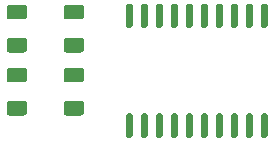
<source format=gbr>
G04 #@! TF.GenerationSoftware,KiCad,Pcbnew,(5.1.6)-1*
G04 #@! TF.CreationDate,2020-07-28T00:02:14-05:00*
G04 #@! TF.ProjectId,VL53L0XSensor,564c3533-4c30-4585-9365-6e736f722e6b,rev?*
G04 #@! TF.SameCoordinates,Original*
G04 #@! TF.FileFunction,Paste,Top*
G04 #@! TF.FilePolarity,Positive*
%FSLAX46Y46*%
G04 Gerber Fmt 4.6, Leading zero omitted, Abs format (unit mm)*
G04 Created by KiCad (PCBNEW (5.1.6)-1) date 2020-07-28 00:02:14*
%MOMM*%
%LPD*%
G01*
G04 APERTURE LIST*
G04 APERTURE END LIST*
G36*
G01*
X122565000Y-67323000D02*
X123815000Y-67323000D01*
G75*
G02*
X124065000Y-67573000I0J-250000D01*
G01*
X124065000Y-68323000D01*
G75*
G02*
X123815000Y-68573000I-250000J0D01*
G01*
X122565000Y-68573000D01*
G75*
G02*
X122315000Y-68323000I0J250000D01*
G01*
X122315000Y-67573000D01*
G75*
G02*
X122565000Y-67323000I250000J0D01*
G01*
G37*
G36*
G01*
X122565000Y-64523000D02*
X123815000Y-64523000D01*
G75*
G02*
X124065000Y-64773000I0J-250000D01*
G01*
X124065000Y-65523000D01*
G75*
G02*
X123815000Y-65773000I-250000J0D01*
G01*
X122565000Y-65773000D01*
G75*
G02*
X122315000Y-65523000I0J250000D01*
G01*
X122315000Y-64773000D01*
G75*
G02*
X122565000Y-64523000I250000J0D01*
G01*
G37*
G36*
G01*
X127391000Y-64523000D02*
X128641000Y-64523000D01*
G75*
G02*
X128891000Y-64773000I0J-250000D01*
G01*
X128891000Y-65523000D01*
G75*
G02*
X128641000Y-65773000I-250000J0D01*
G01*
X127391000Y-65773000D01*
G75*
G02*
X127141000Y-65523000I0J250000D01*
G01*
X127141000Y-64773000D01*
G75*
G02*
X127391000Y-64523000I250000J0D01*
G01*
G37*
G36*
G01*
X127391000Y-67323000D02*
X128641000Y-67323000D01*
G75*
G02*
X128891000Y-67573000I0J-250000D01*
G01*
X128891000Y-68323000D01*
G75*
G02*
X128641000Y-68573000I-250000J0D01*
G01*
X127391000Y-68573000D01*
G75*
G02*
X127141000Y-68323000I0J250000D01*
G01*
X127141000Y-67573000D01*
G75*
G02*
X127391000Y-67323000I250000J0D01*
G01*
G37*
G36*
G01*
X122565000Y-69857000D02*
X123815000Y-69857000D01*
G75*
G02*
X124065000Y-70107000I0J-250000D01*
G01*
X124065000Y-70857000D01*
G75*
G02*
X123815000Y-71107000I-250000J0D01*
G01*
X122565000Y-71107000D01*
G75*
G02*
X122315000Y-70857000I0J250000D01*
G01*
X122315000Y-70107000D01*
G75*
G02*
X122565000Y-69857000I250000J0D01*
G01*
G37*
G36*
G01*
X122565000Y-72657000D02*
X123815000Y-72657000D01*
G75*
G02*
X124065000Y-72907000I0J-250000D01*
G01*
X124065000Y-73657000D01*
G75*
G02*
X123815000Y-73907000I-250000J0D01*
G01*
X122565000Y-73907000D01*
G75*
G02*
X122315000Y-73657000I0J250000D01*
G01*
X122315000Y-72907000D01*
G75*
G02*
X122565000Y-72657000I250000J0D01*
G01*
G37*
G36*
G01*
X128641000Y-71107000D02*
X127391000Y-71107000D01*
G75*
G02*
X127141000Y-70857000I0J250000D01*
G01*
X127141000Y-70107000D01*
G75*
G02*
X127391000Y-69857000I250000J0D01*
G01*
X128641000Y-69857000D01*
G75*
G02*
X128891000Y-70107000I0J-250000D01*
G01*
X128891000Y-70857000D01*
G75*
G02*
X128641000Y-71107000I-250000J0D01*
G01*
G37*
G36*
G01*
X128641000Y-73907000D02*
X127391000Y-73907000D01*
G75*
G02*
X127141000Y-73657000I0J250000D01*
G01*
X127141000Y-72907000D01*
G75*
G02*
X127391000Y-72657000I250000J0D01*
G01*
X128641000Y-72657000D01*
G75*
G02*
X128891000Y-72907000I0J-250000D01*
G01*
X128891000Y-73657000D01*
G75*
G02*
X128641000Y-73907000I-250000J0D01*
G01*
G37*
G36*
G01*
X132865000Y-75779000D02*
X132565000Y-75779000D01*
G75*
G02*
X132415000Y-75629000I0J150000D01*
G01*
X132415000Y-73879000D01*
G75*
G02*
X132565000Y-73729000I150000J0D01*
G01*
X132865000Y-73729000D01*
G75*
G02*
X133015000Y-73879000I0J-150000D01*
G01*
X133015000Y-75629000D01*
G75*
G02*
X132865000Y-75779000I-150000J0D01*
G01*
G37*
G36*
G01*
X134135000Y-75779000D02*
X133835000Y-75779000D01*
G75*
G02*
X133685000Y-75629000I0J150000D01*
G01*
X133685000Y-73879000D01*
G75*
G02*
X133835000Y-73729000I150000J0D01*
G01*
X134135000Y-73729000D01*
G75*
G02*
X134285000Y-73879000I0J-150000D01*
G01*
X134285000Y-75629000D01*
G75*
G02*
X134135000Y-75779000I-150000J0D01*
G01*
G37*
G36*
G01*
X135405000Y-75779000D02*
X135105000Y-75779000D01*
G75*
G02*
X134955000Y-75629000I0J150000D01*
G01*
X134955000Y-73879000D01*
G75*
G02*
X135105000Y-73729000I150000J0D01*
G01*
X135405000Y-73729000D01*
G75*
G02*
X135555000Y-73879000I0J-150000D01*
G01*
X135555000Y-75629000D01*
G75*
G02*
X135405000Y-75779000I-150000J0D01*
G01*
G37*
G36*
G01*
X136675000Y-75779000D02*
X136375000Y-75779000D01*
G75*
G02*
X136225000Y-75629000I0J150000D01*
G01*
X136225000Y-73879000D01*
G75*
G02*
X136375000Y-73729000I150000J0D01*
G01*
X136675000Y-73729000D01*
G75*
G02*
X136825000Y-73879000I0J-150000D01*
G01*
X136825000Y-75629000D01*
G75*
G02*
X136675000Y-75779000I-150000J0D01*
G01*
G37*
G36*
G01*
X137945000Y-75779000D02*
X137645000Y-75779000D01*
G75*
G02*
X137495000Y-75629000I0J150000D01*
G01*
X137495000Y-73879000D01*
G75*
G02*
X137645000Y-73729000I150000J0D01*
G01*
X137945000Y-73729000D01*
G75*
G02*
X138095000Y-73879000I0J-150000D01*
G01*
X138095000Y-75629000D01*
G75*
G02*
X137945000Y-75779000I-150000J0D01*
G01*
G37*
G36*
G01*
X139215000Y-75779000D02*
X138915000Y-75779000D01*
G75*
G02*
X138765000Y-75629000I0J150000D01*
G01*
X138765000Y-73879000D01*
G75*
G02*
X138915000Y-73729000I150000J0D01*
G01*
X139215000Y-73729000D01*
G75*
G02*
X139365000Y-73879000I0J-150000D01*
G01*
X139365000Y-75629000D01*
G75*
G02*
X139215000Y-75779000I-150000J0D01*
G01*
G37*
G36*
G01*
X140485000Y-75779000D02*
X140185000Y-75779000D01*
G75*
G02*
X140035000Y-75629000I0J150000D01*
G01*
X140035000Y-73879000D01*
G75*
G02*
X140185000Y-73729000I150000J0D01*
G01*
X140485000Y-73729000D01*
G75*
G02*
X140635000Y-73879000I0J-150000D01*
G01*
X140635000Y-75629000D01*
G75*
G02*
X140485000Y-75779000I-150000J0D01*
G01*
G37*
G36*
G01*
X141755000Y-75779000D02*
X141455000Y-75779000D01*
G75*
G02*
X141305000Y-75629000I0J150000D01*
G01*
X141305000Y-73879000D01*
G75*
G02*
X141455000Y-73729000I150000J0D01*
G01*
X141755000Y-73729000D01*
G75*
G02*
X141905000Y-73879000I0J-150000D01*
G01*
X141905000Y-75629000D01*
G75*
G02*
X141755000Y-75779000I-150000J0D01*
G01*
G37*
G36*
G01*
X143025000Y-75779000D02*
X142725000Y-75779000D01*
G75*
G02*
X142575000Y-75629000I0J150000D01*
G01*
X142575000Y-73879000D01*
G75*
G02*
X142725000Y-73729000I150000J0D01*
G01*
X143025000Y-73729000D01*
G75*
G02*
X143175000Y-73879000I0J-150000D01*
G01*
X143175000Y-75629000D01*
G75*
G02*
X143025000Y-75779000I-150000J0D01*
G01*
G37*
G36*
G01*
X144295000Y-75779000D02*
X143995000Y-75779000D01*
G75*
G02*
X143845000Y-75629000I0J150000D01*
G01*
X143845000Y-73879000D01*
G75*
G02*
X143995000Y-73729000I150000J0D01*
G01*
X144295000Y-73729000D01*
G75*
G02*
X144445000Y-73879000I0J-150000D01*
G01*
X144445000Y-75629000D01*
G75*
G02*
X144295000Y-75779000I-150000J0D01*
G01*
G37*
G36*
G01*
X144295000Y-66479000D02*
X143995000Y-66479000D01*
G75*
G02*
X143845000Y-66329000I0J150000D01*
G01*
X143845000Y-64579000D01*
G75*
G02*
X143995000Y-64429000I150000J0D01*
G01*
X144295000Y-64429000D01*
G75*
G02*
X144445000Y-64579000I0J-150000D01*
G01*
X144445000Y-66329000D01*
G75*
G02*
X144295000Y-66479000I-150000J0D01*
G01*
G37*
G36*
G01*
X143025000Y-66479000D02*
X142725000Y-66479000D01*
G75*
G02*
X142575000Y-66329000I0J150000D01*
G01*
X142575000Y-64579000D01*
G75*
G02*
X142725000Y-64429000I150000J0D01*
G01*
X143025000Y-64429000D01*
G75*
G02*
X143175000Y-64579000I0J-150000D01*
G01*
X143175000Y-66329000D01*
G75*
G02*
X143025000Y-66479000I-150000J0D01*
G01*
G37*
G36*
G01*
X141755000Y-66479000D02*
X141455000Y-66479000D01*
G75*
G02*
X141305000Y-66329000I0J150000D01*
G01*
X141305000Y-64579000D01*
G75*
G02*
X141455000Y-64429000I150000J0D01*
G01*
X141755000Y-64429000D01*
G75*
G02*
X141905000Y-64579000I0J-150000D01*
G01*
X141905000Y-66329000D01*
G75*
G02*
X141755000Y-66479000I-150000J0D01*
G01*
G37*
G36*
G01*
X140485000Y-66479000D02*
X140185000Y-66479000D01*
G75*
G02*
X140035000Y-66329000I0J150000D01*
G01*
X140035000Y-64579000D01*
G75*
G02*
X140185000Y-64429000I150000J0D01*
G01*
X140485000Y-64429000D01*
G75*
G02*
X140635000Y-64579000I0J-150000D01*
G01*
X140635000Y-66329000D01*
G75*
G02*
X140485000Y-66479000I-150000J0D01*
G01*
G37*
G36*
G01*
X139215000Y-66479000D02*
X138915000Y-66479000D01*
G75*
G02*
X138765000Y-66329000I0J150000D01*
G01*
X138765000Y-64579000D01*
G75*
G02*
X138915000Y-64429000I150000J0D01*
G01*
X139215000Y-64429000D01*
G75*
G02*
X139365000Y-64579000I0J-150000D01*
G01*
X139365000Y-66329000D01*
G75*
G02*
X139215000Y-66479000I-150000J0D01*
G01*
G37*
G36*
G01*
X137945000Y-66479000D02*
X137645000Y-66479000D01*
G75*
G02*
X137495000Y-66329000I0J150000D01*
G01*
X137495000Y-64579000D01*
G75*
G02*
X137645000Y-64429000I150000J0D01*
G01*
X137945000Y-64429000D01*
G75*
G02*
X138095000Y-64579000I0J-150000D01*
G01*
X138095000Y-66329000D01*
G75*
G02*
X137945000Y-66479000I-150000J0D01*
G01*
G37*
G36*
G01*
X136675000Y-66479000D02*
X136375000Y-66479000D01*
G75*
G02*
X136225000Y-66329000I0J150000D01*
G01*
X136225000Y-64579000D01*
G75*
G02*
X136375000Y-64429000I150000J0D01*
G01*
X136675000Y-64429000D01*
G75*
G02*
X136825000Y-64579000I0J-150000D01*
G01*
X136825000Y-66329000D01*
G75*
G02*
X136675000Y-66479000I-150000J0D01*
G01*
G37*
G36*
G01*
X135405000Y-66479000D02*
X135105000Y-66479000D01*
G75*
G02*
X134955000Y-66329000I0J150000D01*
G01*
X134955000Y-64579000D01*
G75*
G02*
X135105000Y-64429000I150000J0D01*
G01*
X135405000Y-64429000D01*
G75*
G02*
X135555000Y-64579000I0J-150000D01*
G01*
X135555000Y-66329000D01*
G75*
G02*
X135405000Y-66479000I-150000J0D01*
G01*
G37*
G36*
G01*
X134135000Y-66479000D02*
X133835000Y-66479000D01*
G75*
G02*
X133685000Y-66329000I0J150000D01*
G01*
X133685000Y-64579000D01*
G75*
G02*
X133835000Y-64429000I150000J0D01*
G01*
X134135000Y-64429000D01*
G75*
G02*
X134285000Y-64579000I0J-150000D01*
G01*
X134285000Y-66329000D01*
G75*
G02*
X134135000Y-66479000I-150000J0D01*
G01*
G37*
G36*
G01*
X132865000Y-66479000D02*
X132565000Y-66479000D01*
G75*
G02*
X132415000Y-66329000I0J150000D01*
G01*
X132415000Y-64579000D01*
G75*
G02*
X132565000Y-64429000I150000J0D01*
G01*
X132865000Y-64429000D01*
G75*
G02*
X133015000Y-64579000I0J-150000D01*
G01*
X133015000Y-66329000D01*
G75*
G02*
X132865000Y-66479000I-150000J0D01*
G01*
G37*
M02*

</source>
